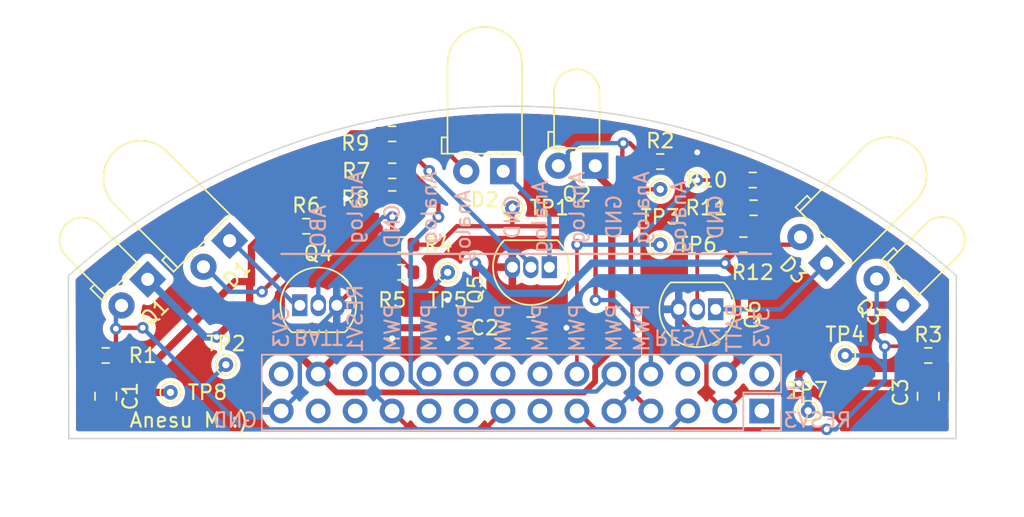
<source format=kicad_pcb>
(kicad_pcb (version 20211014) (generator pcbnew)
  (layers (0 "F.Cu" signal) (31 "B.Cu" signal) (34 "B.Paste" user) (35 "F.Paste" user) (36 "B.SilkS" user "B.Silkscreen") (37 "F.SilkS" user "F.Silkscreen") (38 "B.Mask" user) (39 "F.Mask" user) (44 "Edge.Cuts" user))
  (net 0 "")
  (net 1 "Net-(D1-Pad1)")
  (net 2 "Net-(D1-Pad2)")
  (net 3 "Net-(D2-Pad2)")
  (net 4 "Net-(D3-Pad2)")
  (net 5 "/RESV3")
  (net 6 "GND")
  (net 7 "/RESV2")
  (net 8 "/PA6")
  (net 9 "/PE12")
  (net 10 "/PE11")
  (net 11 "/PA7")
  (net 12 "/PE10")
  (net 13 "/PC4")
  (net 14 "/PE9")
  (net 15 "/PE8")
  (net 16 "/PC5")
  (net 17 "/RESV1")
  (net 18 "/AB0")
  (net 19 "Net-(Q4-Pad2)")
  (net 20 "Net-(D2-Pad1)")
  (net 21 "Net-(Q5-Pad2)")
  (net 22 "Net-(D3-Pad1)")
  (net 23 "Net-(Q6-Pad2)")
  (net 24 "BATT")
  (net 26 "PA3")
  (net 27 "PA4")
  (net 28 "PE15")
  (net 29 "PE14")
  (net 30 "PA5")
  (net 31 "PE13")
  (footprint "Resistor_SMD:R_0603_1608Metric" (layer "F.Cu") (at 174.625 131.445)
    (fp_text reference "R3" (at 0 -1.43) (layer "F.SilkS"))
    (fp_text value "1.8k")
    (pad "1" smd roundrect (at -0.825 0) (size 0.8 0.95) (layers "F.Cu" "F.Paste" "F.Mask") (net 30 "PA5"))
    (pad "2" smd roundrect (at 0.825 0) (size 0.8 0.95) (layers "F.Cu" "F.Paste" "F.Mask") (net 6 "GND"))
  )
  (footprint "LED_THT:LED_D5.0mm_Horizontal_O1.27mm_Z15.0mm" (layer "F.Cu") (at 145.42 118.775 180)
    (fp_text reference "D2" (at 1.27 -1.96) (layer "F.SilkS"))
    (fp_text value "TSAL6200")
    (pad "1" thru_hole rect (at 0 0 180) (size 1.8 1.8) (drill 0.9) (layers *.Cu *.Mask) (net 20 "Net-(D2-Pad1)"))
    (pad "2" thru_hole circle (at 2.54 0 180) (size 1.8 1.8) (drill 0.9) (layers *.Cu *.Mask) (net 3 "Net-(D2-Pad2)"))
  )
  (footprint "Resistor_SMD:R_0603_1608Metric" (layer "F.Cu") (at 137.795 118.745 180)
    (fp_text reference "R7" (at 2.4765 0 180) (layer "F.SilkS"))
    (fp_text value "100")
    (pad "1" smd roundrect (at -0.825 0 180) (size 0.8 0.95) (layers "F.Cu" "F.Paste" "F.Mask") (net 29 "PE14"))
    (pad "2" smd roundrect (at 0.825 0 180) (size 0.8 0.95) (layers "F.Cu" "F.Paste" "F.Mask") (net 21 "Net-(Q5-Pad2)"))
  )
  (footprint "Package_TO_SOT_THT:TO-92_Inline" (layer "F.Cu") (at 131.445 127.995)
    (fp_text reference "Q4" (at 1.27 -3.56) (layer "F.SilkS"))
    (fp_text value "BS170")
    (pad "1" thru_hole rect (at 0 0) (size 1.05 1.5) (drill 0.75) (layers *.Cu *.Mask) (net 1 "Net-(D1-Pad1)"))
    (pad "2" thru_hole oval (at 1.27 0) (size 1.05 1.5) (drill 0.75) (layers *.Cu *.Mask) (net 19 "Net-(Q4-Pad2)"))
    (pad "3" thru_hole oval (at 2.54 0) (size 1.05 1.5) (drill 0.75) (layers *.Cu *.Mask) (net 6 "GND"))
  )
  (footprint "Resistor_SMD:R_0603_1608Metric" (layer "F.Cu") (at 156.21 118.11)
    (fp_text reference "R2" (at 0 -1.43) (layer "F.SilkS"))
    (fp_text value "1.8k")
    (pad "1" smd roundrect (at -0.825 0) (size 0.8 0.95) (layers "F.Cu" "F.Paste" "F.Mask") (net 27 "PA4"))
    (pad "2" smd roundrect (at 0.825 0) (size 0.8 0.95) (layers "F.Cu" "F.Paste" "F.Mask") (net 6 "GND"))
  )
  (footprint "Capacitor_SMD:C_0805_2012Metric" (layer "F.Cu") (at 147.32 129.54)
    (fp_text reference "C2" (at -3.175 0) (layer "F.SilkS"))
    (fp_text value "4.7u")
    (pad "1" smd roundrect (at -0.95 0) (size 1 1.45) (layers "F.Cu" "F.Paste" "F.Mask") (net 24 "BATT"))
    (pad "2" smd roundrect (at 0.95 0) (size 1 1.45) (layers "F.Cu" "F.Paste" "F.Mask") (net 6 "GND"))
  )
  (footprint "Resistor_SMD:R_0603_1608Metric" (layer "F.Cu") (at 138.43 125.73)
    (fp_text reference "R5" (at -0.635 1.905) (layer "F.SilkS"))
    (fp_text value "47k")
    (pad "1" smd roundrect (at -0.825 0) (size 0.8 0.95) (layers "F.Cu" "F.Paste" "F.Mask") (net 6 "GND"))
    (pad "2" smd roundrect (at 0.825 0) (size 0.8 0.95) (layers "F.Cu" "F.Paste" "F.Mask") (net 19 "Net-(Q4-Pad2)"))
  )
  (footprint "Resistor_SMD:R_0603_1608Metric" (layer "F.Cu") (at 118.11 131.445 180)
    (fp_text reference "R1" (at -2.54 0 180) (layer "F.SilkS"))
    (fp_text value "1.8k")
    (pad "1" smd roundrect (at -0.825 0 180) (size 0.8 0.95) (layers "F.Cu" "F.Paste" "F.Mask") (net 26 "PA3"))
    (pad "2" smd roundrect (at 0.825 0 180) (size 0.8 0.95) (layers "F.Cu" "F.Paste" "F.Mask") (net 6 "GND"))
  )
  (footprint "Package_TO_SOT_THT:TO-92_Inline" (layer "F.Cu") (at 160.02 128.27 180)
    (fp_text reference "Q6" (at -2.54 -0.36 90) (layer "F.SilkS"))
    (fp_text value "BS170")
    (pad "1" thru_hole rect (at 0 0 180) (size 1.05 1.5) (drill 0.75) (layers *.Cu *.Mask) (net 22 "Net-(D3-Pad1)"))
    (pad "2" thru_hole oval (at 1.27 0 180) (size 1.05 1.5) (drill 0.75) (layers *.Cu *.Mask) (net 23 "Net-(Q6-Pad2)"))
    (pad "3" thru_hole oval (at 2.54 0 180) (size 1.05 1.5) (drill 0.75) (layers *.Cu *.Mask) (net 6 "GND"))
  )
  (footprint "TestPoint:TestPoint_THTPad_D1.0mm_Drill0.5mm" (layer "F.Cu") (at 126.365 132.08)
    (fp_text reference "TP2" (at 0 -1.448) (layer "F.SilkS"))
    (fp_text value "Analog8")
    (pad "1" thru_hole circle (at 0 0) (size 1 1) (drill 0.5) (layers *.Cu *.Mask) (net 26 "PA3"))
  )
  (footprint "LED_THT:LED_D3.0mm_Horizontal_O1.27mm_Z10.0mm" (layer "F.Cu") (at 172.876307 127.97646 135)
    (fp_text reference "Q3" (at 1.27 -1.96 135) (layer "F.SilkS"))
    (fp_text value "SFH 309 FA")
    (pad "1" thru_hole rect (at 0 0 135) (size 1.8 1.8) (drill 0.9) (layers *.Cu *.Mask) (net 24 "BATT"))
    (pad "2" thru_hole circle (at 2.54 0 135) (size 1.8 1.8) (drill 0.9) (layers *.Cu *.Mask) (net 30 "PA5"))
  )
  (footprint "Capacitor_SMD:C_0805_2012Metric" (layer "F.Cu") (at 118.11 134.25 -90)
    (fp_text reference "C1" (at 0 -1.68 -90) (layer "F.SilkS"))
    (fp_text value "4.7u")
    (pad "1" smd roundrect (at -0.95 0 270) (size 1 1.45) (layers "F.Cu" "F.Paste" "F.Mask") (net 24 "BATT"))
    (pad "2" smd roundrect (at 0.95 0 270) (size 1 1.45) (layers "F.Cu" "F.Paste" "F.Mask") (net 6 "GND"))
  )
  (footprint "TestPoint:TestPoint_THTPad_D1.0mm_Drill0.5mm" (layer "F.Cu") (at 122.555 133.985)
    (fp_text reference "TP8" (at 2.54 0 180) (layer "F.SilkS"))
    (fp_text value "BATT")
    (pad "1" thru_hole circle (at 0 0) (size 1 1) (drill 0.5) (layers *.Cu *.Mask) (net 24 "BATT"))
  )
  (footprint "Resistor_SMD:R_0603_1608Metric" (layer "F.Cu") (at 138.43 123.825 180)
    (fp_text reference "R4" (at -2.54 0 180) (layer "F.SilkS"))
    (fp_text value "100")
    (pad "1" smd roundrect (at -0.825 0 180) (size 0.8 0.95) (layers "F.Cu" "F.Paste" "F.Mask") (net 28 "PE15"))
    (pad "2" smd roundrect (at 0.825 0 180) (size 0.8 0.95) (layers "F.Cu" "F.Paste" "F.Mask") (net 19 "Net-(Q4-Pad2)"))
  )
  (footprint "Resistor_SMD:R_0603_1608Metric" (layer "F.Cu") (at 161.925 123.825)
    (fp_text reference "R12" (at 0.635 1.905) (layer "F.SilkS"))
    (fp_text value "22")
    (pad "1" smd roundrect (at -0.825 0) (size 0.8 0.95) (layers "F.Cu" "F.Paste" "F.Mask") (net 24 "BATT"))
    (pad "2" smd roundrect (at 0.825 0) (size 0.8 0.95) (layers "F.Cu" "F.Paste" "F.Mask") (net 4 "Net-(D3-Pad2)"))
  )
  (footprint "LED_THT:LED_D5.0mm_Horizontal_O1.27mm_Z15.0mm" (layer "F.Cu") (at 167.64 125.095 135)
    (fp_text reference "D3" (at 1.27 -1.96 135) (layer "F.SilkS"))
    (fp_text value "TSAL6200")
    (pad "1" thru_hole rect (at 0 0 135) (size 1.8 1.8) (drill 0.9) (layers *.Cu *.Mask) (net 22 "Net-(D3-Pad1)"))
    (pad "2" thru_hole circle (at 2.54 0 135) (size 1.8 1.8) (drill 0.9) (layers *.Cu *.Mask) (net 4 "Net-(D3-Pad2)"))
  )
  (footprint "Package_TO_SOT_THT:TO-92_Inline" (layer "F.Cu") (at 148.59 125.37 180)
    (fp_text reference "Q5" (at 5.08 -1.545 90) (layer "F.SilkS"))
    (fp_text value "BS170")
    (pad "1" thru_hole rect (at 0 0 180) (size 1.05 1.5) (drill 0.75) (layers *.Cu *.Mask) (net 20 "Net-(D2-Pad1)"))
    (pad "2" thru_hole oval (at 1.27 0 180) (size 1.05 1.5) (drill 0.75) (layers *.Cu *.Mask) (net 21 "Net-(Q5-Pad2)"))
    (pad "3" thru_hole oval (at 2.54 0 180) (size 1.05 1.5) (drill 0.75) (layers *.Cu *.Mask) (net 6 "GND"))
  )
  (footprint "TestPoint:TestPoint_THTPad_D1.0mm_Drill0.5mm" (layer "F.Cu") (at 156.21 120.015)
    (fp_text reference "TP3" (at 0 1.905 180) (layer "F.SilkS"))
    (fp_text value "Analog9")
    (pad "1" thru_hole circle (at 0 0) (size 1 1) (drill 0.5) (layers *.Cu *.Mask) (net 27 "PA4"))
  )
  (footprint "TestPoint:TestPoint_THTPad_D1.0mm_Drill0.5mm" (layer "F.Cu") (at 156.21 123.825)
    (fp_text reference "TP6" (at 2.54 0) (layer "F.SilkS"))
    (fp_text value "PWM3")
    (pad "1" thru_hole circle (at 0 0) (size 1 1) (drill 0.5) (layers *.Cu *.Mask) (net 31 "PE13"))
  )
  (footprint "Resistor_SMD:R_0603_1608Metric" (layer "F.Cu") (at 137.795 120.65)
    (fp_text reference "R8" (at -2.54 0) (layer "F.SilkS"))
    (fp_text value "47k")
    (pad "1" smd roundrect (at -0.825 0) (size 0.8 0.95) (layers "F.Cu" "F.Paste" "F.Mask") (net 6 "GND"))
    (pad "2" smd roundrect (at 0.825 0) (size 0.8 0.95) (layers "F.Cu" "F.Paste" "F.Mask") (net 21 "Net-(Q5-Pad2)"))
  )
  (footprint "Resistor_SMD:R_0603_1608Metric" (layer "F.Cu") (at 131.89 122.555)
    (fp_text reference "R6" (at 0 -1.43) (layer "F.SilkS"))
    (fp_text value "22")
    (pad "1" smd roundrect (at -0.825 0) (size 0.8 0.95) (layers "F.Cu" "F.Paste" "F.Mask") (net 24 "BATT"))
    (pad "2" smd roundrect (at 0.825 0) (size 0.8 0.95) (layers "F.Cu" "F.Paste" "F.Mask") (net 2 "Net-(D1-Pad2)"))
  )
  (footprint "TestPoint:TestPoint_THTPad_D1.0mm_Drill0.5mm" (layer "F.Cu") (at 141.605 125.73)
    (fp_text reference "TP5" (at 0 1.905) (layer "F.SilkS"))
    (fp_text value "PWM2")
    (pad "1" thru_hole circle (at 0 0) (size 1 1) (drill 0.5) (layers *.Cu *.Mask) (net 29 "PE14"))
  )
  (footprint "TestPoint:TestPoint_THTPad_D1.0mm_Drill0.5mm" (layer "F.Cu") (at 168.91 131.445)
    (fp_text reference "TP4" (at 0 -1.448) (layer "F.SilkS"))
    (fp_text value "Analog10")
    (pad "1" thru_hole circle (at 0 0) (size 1 1) (drill 0.5) (layers *.Cu *.Mask) (net 30 "PA5"))
  )
  (footprint "LED_THT:LED_D3.0mm_Horizontal_O1.27mm_Z10.0mm" (layer "F.Cu") (at 151.745 118.395 180)
    (fp_text reference "Q2" (at 1.27 -1.96) (layer "F.SilkS"))
    (fp_text value "SFH 309 FA")
    (pad "1" thru_hole rect (at 0 0 180) (size 1.8 1.8) (drill 0.9) (layers *.Cu *.Mask) (net 24 "BATT"))
    (pad "2" thru_hole circle (at 2.54 0 180) (size 1.8 1.8) (drill 0.9) (layers *.Cu *.Mask) (net 27 "PA4"))
  )
  (footprint "Resistor_SMD:R_0603_1608Metric" (layer "F.Cu") (at 162.56 119.38)
    (fp_text reference "R10" (at -3.175 0) (layer "F.SilkS"))
    (fp_text value "100")
    (pad "1" smd roundrect (at -0.825 0) (size 0.8 0.95) (layers "F.Cu" "F.Paste" "F.Mask") (net 31 "PE13"))
    (pad "2" smd roundrect (at 0.825 0) (size 0.8 0.95) (layers "F.Cu" "F.Paste" "F.Mask") (net 23 "Net-(Q6-Pad2)"))
  )
  (footprint "LED_THT:LED_D3.0mm_Horizontal_O1.27mm_Z10.0mm" (layer "F.Cu") (at 120.99146 126.208693 -135)
    (fp_text reference "Q1" (at 1.27 -1.96 45) (layer "F.SilkS"))
    (fp_text value "SFH 309 FA")
    (pad "1" thru_hole rect (at 0 0 225) (size 1.8 1.8) (drill 0.9) (layers *.Cu *.Mask) (net 24 "BATT"))
    (pad "2" thru_hole circle (at 2.54 0 225) (size 1.8 1.8) (drill 0.9) (layers *.Cu *.Mask) (net 26 "PA3"))
  )
  (footprint "TestPoint:TestPoint_THTPad_D1.0mm_Drill0.5mm" (layer "F.Cu") (at 166.37 135.255)
    (fp_text reference "TP7" (at 0 -1.448) (layer "F.SilkS"))
    (fp_text value "BATT")
    (pad "1" thru_hole circle (at 0 0) (size 1 1) (drill 0.5) (layers *.Cu *.Mask) (net 24 "BATT"))
  )
  (footprint "Resistor_SMD:R_0603_1608Metric" (layer "F.Cu") (at 162.6235 121.285)
    (fp_text reference "R11" (at -3.2385 0) (layer "F.SilkS"))
    (fp_text value "47k")
    (pad "1" smd roundrect (at -0.825 0) (size 0.8 0.95) (layers "F.Cu" "F.Paste" "F.Mask") (net 6 "GND"))
    (pad "2" smd roundrect (at 0.825 0) (size 0.8 0.95) (layers "F.Cu" "F.Paste" "F.Mask") (net 23 "Net-(Q6-Pad2)"))
  )
  (footprint "Resistor_SMD:R_0603_1608Metric" (layer "F.Cu") (at 137.795 116.205)
    (fp_text reference "R9" (at -2.54 0.635) (layer "F.SilkS"))
    (fp_text value "22")
    (pad "1" smd roundrect (at -0.825 0) (size 0.8 0.95) (layers "F.Cu" "F.Paste" "F.Mask") (net 24 "BATT"))
    (pad "2" smd roundrect (at 0.825 0) (size 0.8 0.95) (layers "F.Cu" "F.Paste" "F.Mask") (net 3 "Net-(D2-Pad2)"))
  )
  (footprint "TestPoint:TestPoint_THTPad_D1.0mm_Drill0.5mm" (layer "F.Cu") (at 146.05 121.285)
    (fp_text reference "TP1" (at 2.54 0) (layer "F.SilkS"))
    (fp_text value "PWM1")
    (pad "1" thru_hole circle (at 0 0) (size 1 1) (drill 0.5) (layers *.Cu *.Mask) (net 28 "PE15"))
  )
  (footprint "LED_THT:LED_D5.0mm_Horizontal_O1.27mm_Z15.0mm" (layer "F.Cu") (at 126.620864 123.547742 -135)
    (fp_text reference "D1" (at 1.27 -1.96 45) (layer "F.SilkS"))
    (fp_text value "TSAL6200")
    (pad "1" thru_hole rect (at 0 0 225) (size 1.8 1.8) (drill 0.9) (layers *.Cu *.Mask) (net 1 "Net-(D1-Pad1)"))
    (pad "2" thru_hole circle (at 2.54 0 225) (size 1.8 1.8) (drill 0.9) (layers *.Cu *.Mask) (net 2 "Net-(D1-Pad2)"))
  )
  (footprint "Capacitor_SMD:C_0805_2012Metric" (layer "F.Cu") (at 174.625 134.25 -90)
    (fp_text reference "C3" (at -0.261252 1.905 -90) (layer "F.SilkS"))
    (fp_text value "4.7u")
    (pad "1" smd roundrect (at -0.95 0 270) (size 1 1.45) (layers "F.Cu" "F.Paste" "F.Mask") (net 24 "BATT"))
    (pad "2" smd roundrect (at 0.95 0 270) (size 1 1.45) (layers "F.Cu" "F.Paste" "F.Mask") (net 6 "GND"))
  )
  (footprint "Connector_PinHeader_2.54mm:PinHeader_2x14_P2.54mm_Vertical" (layer "B.Cu") (at 163.185 135.26 90)
    (fp_text reference "J1" (at 1.27 2.33 90) (layer "B.SilkS") (effects (justify mirror)))
    (fp_text value "Conn_02x14_Odd_Even")
    (pad "1" thru_hole rect (at 0 0 90) (size 1.7 1.7) (drill 1) (layers *.Cu *.Mask) (net 5 "/RESV3"))
    (pad "2" thru_hole oval (at 2.54 0 90) (size 1.7 1.7) (drill 1) (layers *.Cu *.Mask))
    (pad "3" thru_hole oval (at 0 -2.54 90) (size 1.7 1.7) (drill 1) (layers *.Cu *.Mask) (net 6 "GND"))
    (pad "4" thru_hole oval (at 2.54 -2.54 90) (size 1.7 1.7) (drill 1) (layers *.Cu *.Mask) (net 24 "BATT"))
    (pad "5" thru_hole oval (at 0 -5.08 90) (size 1.7 1.7) (drill 1) (layers *.Cu *.Mask) (net 26 "PA3"))
    (pad "6" thru_hole oval (at 2.54 -5.08 90) (size 1.7 1.7) (drill 1) (layers *.Cu *.Mask) (net 7 "/RESV2"))
    (pad "7" thru_hole oval (at 0 -7.62 90) (size 1.7 1.7) (drill 1) (layers *.Cu *.Mask) (net 27 "PA4"))
    (pad "8" thru_hole oval (at 2.54 -7.62 90) (size 1.7 1.7) (drill 1) (layers *.Cu *.Mask) (net 28 "PE15"))
    (pad "9" thru_hole oval (at 0 -10.16 90) (size 1.7 1.7) (drill 1) (layers *.Cu *.Mask) (net 6 "GND"))
    (pad "10" thru_hole oval (at 2.54 -10.16 90) (size 1.7 1.7) (drill 1) (layers *.Cu *.Mask) (net 29 "PE14"))
    (pad "11" thru_hole oval (at 0 -12.7 90) (size 1.7 1.7) (drill 1) (layers *.Cu *.Mask) (net 30 "PA5"))
    (pad "12" thru_hole oval (at 2.54 -12.7 90) (size 1.7 1.7) (drill 1) (layers *.Cu *.Mask) (net 31 "PE13"))
    (pad "13" thru_hole oval (at 0 -15.24 90) (size 1.7 1.7) (drill 1) (layers *.Cu *.Mask) (net 8 "/PA6"))
    (pad "14" thru_hole oval (at 2.54 -15.24 90) (size 1.7 1.7) (drill 1) (layers *.Cu *.Mask) (net 9 "/PE12"))
    (pad "15" thru_hole oval (at 0 -17.78 90) (size 1.7 1.7) (drill 1) (layers *.Cu *.Mask) (net 6 "GND"))
    (pad "16" thru_hole oval (at 2.54 -17.78 90) (size 1.7 1.7) (drill 1) (layers *.Cu *.Mask) (net 10 "/PE11"))
    (pad "17" thru_hole oval (at 0 -20.32 90) (size 1.7 1.7) (drill 1) (layers *.Cu *.Mask) (net 11 "/PA7"))
    (pad "18" thru_hole oval (at 2.54 -20.32 90) (size 1.7 1.7) (drill 1) (layers *.Cu *.Mask) (net 12 "/PE10"))
    (pad "19" thru_hole oval (at 0 -22.86 90) (size 1.7 1.7) (drill 1) (layers *.Cu *.Mask) (net 13 "/PC4"))
    (pad "20" thru_hole oval (at 2.54 -22.86 90) (size 1.7 1.7) (drill 1) (layers *.Cu *.Mask) (net 14 "/PE9"))
    (pad "21" thru_hole oval (at 0 -25.4 90) (size 1.7 1.7) (drill 1) (layers *.Cu *.Mask) (net 6 "GND"))
    (pad "22" thru_hole oval (at 2.54 -25.4 90) (size 1.7 1.7) (drill 1) (layers *.Cu *.Mask) (net 15 "/PE8"))
    (pad "23" thru_hole oval (at 0 -27.94 90) (size 1.7 1.7) (drill 1) (layers *.Cu *.Mask) (net 16 "/PC5"))
    (pad "24" thru_hole oval (at 2.54 -27.94 90) (size 1.7 1.7) (drill 1) (layers *.Cu *.Mask) (net 17 "/RESV1"))
    (pad "25" thru_hole oval (at 0 -30.48 90) (size 1.7 1.7) (drill 1) (layers *.Cu *.Mask) (net 18 "/AB0"))
    (pad "26" thru_hole oval (at 2.54 -30.48 90) (size 1.7 1.7) (drill 1) (layers *.Cu *.Mask) (net 24 "BATT"))
    (pad "27" thru_hole oval (at 0 -33.02 90) (size 1.7 1.7) (drill 1) (layers *.Cu *.Mask) (net 6 "GND"))
    (pad "28" thru_hole oval (at 2.54 -33.02 90) (size 1.7 1.7) (drill 1) (layers *.Cu *.Mask))
  )
  (gr_line (start 130.175 124.46) (end 163.83 124.46) (layer "B.SilkS") (width 0.15))
  (gr_arc (start 146.05 114.3) (mid 162.380575 117.316011) (end 176.556593 125.966128) (layer "Edge.Cuts") (width 0.1))
  (gr_line (start 115.57 137.16) (end 176.53 137.16) (layer "Edge.Cuts") (width 0.1))
  (gr_arc (start 115.543401 125.966128) (mid 129.719419 117.316011) (end 146.049994 114.3) (layer "Edge.Cuts") (width 0.1))
  (gr_line (start 115.543401 125.966128) (end 115.57 137.16) (layer "Edge.Cuts") (width 0.1))
  (gr_line (start 176.53 137.16) (end 176.556593 125.966128) (layer "Edge.Cuts") (width 0.1))
  (gr_text "PWM\n" (at 142.875 129.54 90) (layer "B.SilkS") (effects (font (size 1 1)) (justify mirror)))
  (gr_text "BATT" (at 132.715 130.175 180) (layer "B.SilkS") (effects (font (size 1 1)) (justify mirror)))
  (gr_text "PWM\n" (at 154.94 129.54 90) (layer "B.SilkS") (effects (font (size 1 1)) (justify mirror)))
  (gr_text "Analog" (at 142.665011 122.555 90) (layer "B.SilkS") (effects (font (size 1 1)) (justify mirror)))
  (gr_text "Analog" (at 147.955 121.92 90) (layer "B.SilkS") (effects (font (size 1 1)) (justify mirror)))
  (gr_text "RESV3" (at 167.005 135.89) (layer "B.SilkS") (effects (font (size 1 1)) (justify mirror)))
  (gr_text "PWM\n" (at 145.415 129.54 90) (layer "B.SilkS") (effects (font (size 1 1)) (justify mirror)))
  (gr_text "PWM\n" (at 137.795 129.54 90) (layer "B.SilkS") (effects (font (size 1 1)) (justify mirror)))
  (gr_text "Analog" (at 135.255 121.285 90) (layer "B.SilkS") (effects (font (size 1 1)) (justify mirror)))
  (gr_text "PWM\n" (at 140.335 129.54 90) (layer "B.SilkS") (effects (font (size 1 1)) (justify mirror)))
  (gr_text "RESV2" (at 158.115 130.175 180) (layer "B.SilkS") (effects (font (size 1 1)) (justify mirror)))
  (gr_text "PWM\n" (at 147.955 129.54 90) (layer "B.SilkS") (effects (font (size 1 1)) (justify mirror)))
  (gr_text "GND" (at 137.795 122.555 90) (layer "B.SilkS") (effects (font (size 1 1)) (justify mirror)))
  (gr_text "Analog" (at 140.335 121.285 90) (layer "B.SilkS") (effects (font (size 1 1)) (justify mirror)))
  (gr_text "Analog" (at 150.495 121.285 90) (layer "B.SilkS") (effects (font (size 1 1)) (justify mirror)))
  (gr_text "3V3" (at 130.175 129.54 90) (layer "B.SilkS") (effects (font (size 1 1)) (justify mirror)))
  (gr_text "3V3" (at 163.195 129.54 90) (layer "B.SilkS") (effects (font (size 1 1)) (justify mirror)))
  (gr_text "PWM\n" (at 153.035 129.54 90) (layer "B.SilkS") (effects (font (size 1 1)) (justify mirror)))
  (gr_text "GND" (at 127 135.89) (layer "B.SilkS") (effects (font (size 1 1)) (justify mirror)))
  (gr_text "Analog" (at 154.94 121.285 90) (layer "B.SilkS") (effects (font (size 1 1)) (justify mirror)))
  (gr_text "GND" (at 146.05 121.92 90) (layer "B.SilkS") (effects (font (size 1 1)) (justify mirror)))
  (gr_text "GND" (at 153.035 121.92 90) (layer "B.SilkS") (effects (font (size 1 1)) (justify mirror)))
  (gr_text "GND" (at 160.02 121.92 90) (layer "B.SilkS") (effects (font (size 1 1)) (justify mirror)))
  (gr_text "PWM\n" (at 150.495 129.54 90) (layer "B.SilkS") (effects (font (size 1 1)) (justify mirror)))
  (gr_text "Analog" (at 157.48 121.92 90) (layer "B.SilkS") (effects (font (size 1 1)) (justify mirror)))
  (gr_text "BATT" (at 161.29 129.54 90) (layer "B.SilkS") (effects (font (size 1 1)) (justify mirror)))
  (gr_text "ABO" (at 132.715 122.555 90) (layer "B.SilkS") (effects (font (size 1 1)) (justify mirror)))
  (gr_text "RESV1" (at 135.255 128.905 90) (layer "B.SilkS") (effects (font (size 1 1)) (justify mirror)))
  (gr_text "Anesu M :)" (at 123.825 135.89) (layer "F.SilkS") (effects (font (size 1 1))))
  (segment (start 131.17 127.995) (end 126.365 123.19) (width 0.3) (layer "B.Cu") (net 1))
  (segment (start 131.445 127.995) (end 131.17 127.995) (width 0.3) (layer "B.Cu") (net 1))
  (segment (start 130.2385 125.6665) (end 130.2385 125.0315) (width 0.3) (layer "F.Cu") (net 2))
  (segment (start 128.843481 127.061519) (end 130.2385 125.6665) (width 0.3) (layer "F.Cu") (net 2))
  (segment (start 130.2385 125.0315) (end 132.715 122.555) (width 0.3) (layer "F.Cu") (net 2))
  (via (at 128.843481 127.061519) (size 0.8) (drill 0.4) (layers "F.Cu" "B.Cu") (net 2))
  (segment (start 128.843481 127.061519) (end 126.644417 127.061519) (width 0.3) (layer "B.Cu") (net 2))
  (segment (start 126.644417 127.061519) (end 124.568949 124.986051) (width 0.3) (layer "B.Cu") (net 2))
  (segment (start 140.31 116.205) (end 142.88 118.775) (width 0.3) (layer "F.Cu") (net 3))
  (segment (start 138.4935 116.205) (end 140.31 116.205) (width 0.3) (layer "F.Cu") (net 3))
  (segment (start 165.317898 123.825) (end 165.843949 123.298949) (width 0.3) (layer "F.Cu") (net 4))
  (segment (start 162.75 123.825) (end 165.317898 123.825) (width 0.3) (layer "F.Cu") (net 4))
  (segment (start 157.48 118.555) (end 157.035 118.11) (width 0.3) (layer "F.Cu") (net 6))
  (segment (start 137.795 130.2645) (end 141.605 130.2645) (width 0.3) (layer "F.Cu") (net 6))
  (segment (start 116.84 133.88) (end 118.11 135.15) (width 0.3) (layer "F.Cu") (net 6))
  (segment (start 157.48 128.27) (end 157.48 121.285) (width 0.3) (layer "F.Cu") (net 6))
  (segment (start 157.48 121.285) (end 157.48 118.555) (width 0.3) (layer "F.Cu") (net 6))
  (segment (start 161.819511 134.085489) (end 160.645 135.26) (width 0.3) (layer "F.Cu") (net 6))
  (segment (start 157.48 128.82) (end 159.385 130.725) (width 0.3) (layer "F.Cu") (net 6))
  (segment (start 144.14 136.525) (end 139.05 136.525) (width 0.3) (layer "F.Cu") (net 6))
  (segment (start 148.22 129.54) (end 146.05 127.37) (width 0.3) (layer "F.Cu") (net 6))
  (segment (start 159.385 130.725) (end 159.385 134) (width 0.3) (layer "F.Cu") (net 6))
  (segment (start 157.48 128.27) (end 157.48 128.82) (width 0.3) (layer "F.Cu") (net 6))
  (segment (start 139.05 136.525) (end 137.785 135.26) (width 0.3) (layer "F.Cu") (net 6))
  (segment (start 166.045459 134.099511) (end 165.424541 134.099511) (width 0.3) (layer "F.Cu") (net 6))
  (segment (start 175.895 132.0165) (end 175.895 133.88) (width 0.3) (layer "F.Cu") (net 6))
  (segment (start 116.84 132.0165) (end 116.84 133.88) (width 0.3) (layer "F.Cu") (net 6))
  (segment (start 130.055 135.15) (end 130.165 135.26) (width 0.3) (layer "F.Cu") (net 6))
  (segment (start 118.11 135.15) (end 130.055 135.15) (width 0.3) (layer "F.Cu") (net 6))
  (segment (start 141.605 130.81) (end 147.955 130.81) (width 0.3) (layer "F.Cu") (net 6))
  (segment (start 145.405 135.26) (end 144.14 136.525) (width 0.3) (layer "F.Cu") (net 6))
  (segment (start 159.385 134) (end 160.645 135.26) (width 0.3) (layer "F.Cu") (net 6))
  (segment (start 161.819511 133.985) (end 161.819511 134.085489) (width 0.3) (layer "F.Cu") (net 6))
  (segment (start 148.22 129.54) (end 149.7605 129.54) (width 0.3) (layer "F.Cu") (net 6))
  (segment (start 175.3235 131.445) (end 175.895 132.0165) (width 0.3) (layer "F.Cu") (net 6))
  (segment (start 161.8615 121.285) (end 157.48 121.285) (width 0.3) (layer "F.Cu") (net 6))
  (segment (start 141.245 127.995) (end 141.605 127.635) (width 0.3) (layer "F.Cu") (net 6))
  (segment (start 117.4115 131.445) (end 116.84 132.0165) (width 0.3) (layer "F.Cu") (net 6))
  (segment (start 136.07 125.91) (end 137.425 125.91) (width 0.3) (layer "F.Cu") (net 6))
  (segment (start 147.955 130.81) (end 148.22 129.54) (width 0.3) (layer "F.Cu") (net 6))
  (segment (start 136.07 125.91) (end 136.07 121.55) (width 0.3) (layer "F.Cu") (net 6))
  (segment (start 174.625 135.049511) (end 173.560489 133.985) (width 0.3) (layer "F.Cu") (net 6))
  (segment (start 141.605 130.2645) (end 141.605 130.81) (width 0.3) (layer "F.Cu") (net 6))
  (segment (start 173.560489 133.985) (end 166.15997 133.985) (width 0.3) (layer "F.Cu") (net 6))
  (segment (start 136.07 121.55) (end 136.97 120.65) (width 0.3) (layer "F.Cu") (net 6))
  (segment (start 165.31003 133.985) (end 161.819511 133.985) (width 0.3) (layer "F.Cu") (net 6))
  (segment (start 166.15997 133.985) (end 166.045459 134.099511) (width 0.3) (layer "F.Cu") (net 6))
  (segment (start 165.424541 134.099511) (end 165.31003 133.985) (width 0.3) (layer "F.Cu") (net 6))
  (segment (start 175.895 133.88) (end 174.625 135.15) (width 0.3) (layer "F.Cu") (net 6))
  (segment (start 146.05 127.37) (end 146.05 126.09) (width 0.3) (layer "F.Cu") (net 6))
  (segment (start 136.07 125.91) (end 133.985 127.995) (width 0.3) (layer "F.Cu") (net 6))
  (segment (start 174.625 135.2) (end 174.625 135.049511) (width 0.3) (layer "F.Cu") (net 6))
  (segment (start 133.985 127.995) (end 141.245 127.995) (width 0.3) (layer "F.Cu") (net 6))
  (segment (start 137.425 125.91) (end 137.605 125.73) (width 0.3) (layer "F.Cu") (net 6))
  (via (at 141.605 127.635) (size 0.8) (drill 0.4) (layers "F.Cu" "B.Cu") (net 6))
  (via (at 158.75 117.475) (size 0.8) (drill 0.4) (layers "F.Cu" "B.Cu") (net 6))
  (via (at 141.605 130.2645) (size 0.8) (drill 0.4) (layers "F.Cu" "B.Cu") (net 6))
  (via (at 137.795 130.2645) (size 0.8) (drill 0.4) (layers "F.Cu" "B.Cu") (net 6))
  (via (at 149.7605 129.54) (size 0.8) (drill 0.4) (layers "F.Cu" "B.Cu") (net 6))
  (via (at 134.62 120.65) (size 0.8) (drill 0.4) (layers "F.Cu" "B.Cu") (net 6))
  (segment (start 141.605 127.635) (end 141.605 130.2645) (width 0.3) (layer "B.Cu") (net 6))
  (segment (start 137.785 135.26) (end 136.525 134) (width 0.3) (layer "B.Cu") (net 6))
  (segment (start 154.305 133.98) (end 153.025 135.26) (width 0.3) (layer "B.Cu") (net 6))
  (segment (start 154.305 132.209495) (end 154.305 133.98) (width 0.3) (layer "B.Cu") (net 6))
  (segment (start 151.635505 129.54) (end 154.305 132.209495) (width 0.3) (layer "B.Cu") (net 6))
  (segment (start 131.445 130.76) (end 131.445 133.98) (width 0.3) (layer "B.Cu") (net 6))
  (segment (start 133.985 127.995) (end 133.985 128.22) (width 0.3) (layer "B.Cu") (net 6))
  (segment (start 131.445 133.98) (end 130.165 135.26) (width 0.3) (layer "B.Cu") (net 6))
  (segment (start 133.985 128.22) (end 131.445 130.76) (width 0.3) (layer "B.Cu") (net 6))
  (segment (start 136.525 134) (end 136.525 131.5345) (width 0.3) (layer "B.Cu") (net 6))
  (segment (start 136.525 131.5345) (end 137.795 130.2645) (width 0.3) (layer "B.Cu") (net 6))
  (segment (start 149.7605 129.54) (end 151.635505 129.54) (width 0.3) (layer "B.Cu") (net 6))
  (segment (start 137.605 124.08) (end 139.255 125.73) (width 0.3) (layer "F.Cu") (net 19))
  (segment (start 137.605 123.825) (end 137.605 124.08) (width 0.3) (layer "F.Cu") (net 19))
  (segment (start 137.795 123.635) (end 137.605 123.825) (width 0.3) (layer "F.Cu") (net 19))
  (segment (start 137.795 121.92) (end 137.795 123.635) (width 0.3) (layer "F.Cu") (net 19))
  (via (at 137.795 121.92) (size 0.8) (drill 0.4) (layers "F.Cu" "B.Cu") (net 19))
  (segment (start 132.715 126.365) (end 132.715 127.995) (width 0.3) (layer "B.Cu") (net 19))
  (segment (start 137.16 121.92) (end 132.715 126.365) (width 0.3) (layer "B.Cu") (net 19))
  (segment (start 137.795 121.92) (end 137.16 121.92) (width 0.3) (layer "B.Cu") (net 19))
  (segment (start 148.59 125.37) (end 148.59 121.945) (width 0.3) (layer "B.Cu") (net 20))
  (segment (start 148.59 121.945) (end 146.055 119.41) (width 0.3) (layer "B.Cu") (net 20))
  (segment (start 146.055 119.41) (end 146.055 118.775) (width 0.3) (layer "B.Cu") (net 20))
  (segment (start 138.374011 117.340989) (end 136.97 118.745) (width 0.3) (layer "F.Cu") (net 21))
  (segment (start 138.62 120.395) (end 136.97 118.745) (width 0.3) (layer "F.Cu") (net 21))
  (segment (start 138.930989 117.340989) (end 138.374011 117.340989) (width 0.3) (layer "F.Cu") (net 21))
  (segment (start 138.62 120.65) (end 138.62 120.395) (width 0.3) (layer "F.Cu") (net 21))
  (segment (start 140.335 118.745) (end 138.930989 117.340989) (width 0.3) (layer "F.Cu") (net 21))
  (via (at 140.335 118.745) (size 0.8) (drill 0.4) (layers "F.Cu" "B.Cu") (net 21))
  (segment (start 140.335 118.745) (end 145.86048 124.27048) (width 0.3) (layer "B.Cu") (net 21))
  (segment (start 145.86048 124.27048) (end 146.412238 124.27048) (width 0.3) (layer "B.Cu") (net 21))
  (segment (start 147.32 125.178242) (end 147.32 125.37) (width 0.3) (layer "B.Cu") (net 21))
  (segment (start 146.412238 124.27048) (end 147.32 125.178242) (width 0.3) (layer "B.Cu") (net 21))
  (segment (start 164.465 128.27) (end 167.64 125.095) (width 0.3) (layer "B.Cu") (net 22))
  (segment (start 160.02 128.27) (end 164.465 128.27) (width 0.3) (layer "B.Cu") (net 22))
  (segment (start 158.75 124.46) (end 158.75 128.27) (width 0.25) (layer "F.Cu") (net 23))
  (segment (start 162.7465 122.555) (end 160.655 122.555) (width 0.25) (layer "F.Cu") (net 23))
  (segment (start 163.2585 119.38) (end 163.2585 121.2215) (width 0.25) (layer "F.Cu") (net 23))
  (segment (start 163.2585 121.2215) (end 163.322 121.285) (width 0.25) (layer "F.Cu") (net 23))
  (segment (start 160.655 122.555) (end 158.75 124.46) (width 0.25) (layer "F.Cu") (net 23))
  (segment (start 163.322 121.9795) (end 162.7465 122.555) (width 0.25) (layer "F.Cu") (net 23))
  (segment (start 163.322 121.285) (end 163.322 121.9795) (width 0.25) (layer "F.Cu") (net 23))
  (segment (start 129.54 122.555) (end 129.54 121.692396) (width 0.5) (layer "F.Cu") (net 24))
  (segment (start 135.027396 116.205) (end 137.0965 116.205) (width 0.5) (layer "F.Cu") (net 24))
  (segment (start 174.475 133.35) (end 174.625 133.35) (width 0.25) (layer "F.Cu") (net 24))
  (segment (start 152.775934 131.20199) (end 151.734511 132.243413) (width 0.4) (layer "F.Cu") (net 24))
  (segment (start 135.885 129.54) (end 132.705 132.72) (width 0.5) (layer "F.Cu") (net 24))
  (segment (start 165.735 130.175) (end 167.93354 127.97646) (width 0.5) (layer "F.Cu") (net 24))
  (segment (start 161.495 131.87) (end 161.495 125.935) (width 0.5) (layer "F.Cu") (net 24))
  (segment (start 152.882 120.015) (end 152.882 121.570789) (width 0.5) (layer "F.Cu") (net 24))
  (segment (start 151.734511 132.243413) (end 151.734511 133.237565) (width 0.4) (layer "F.Cu") (net 24))
  (segment (start 161.495 131.87) (end 160.645 132.72) (width 0.5) (layer "F.Cu") (net 24))
  (segment (start 165.735 130.175) (end 165.735 131.376391) (width 0.5) (layer "F.Cu") (net 24))
  (segment (start 165.735 133.2355) (end 165.735 132.715) (width 0.5) (layer "F.Cu") (net 24))
  (segment (start 163.19 130.175) (end 165.735 130.175) (width 0.5) (layer "F.Cu") (net 24))
  (segment (start 129.54 121.692396) (end 135.027396 116.205) (width 0.5) (layer "F.Cu") (net 24))
  (segment (start 141.128109 129.54) (end 138.271891 129.54) (width 0.5) (layer "F.Cu") (net 24))
  (segment (start 141.25312 129.414989) (end 141.128109 129.54) (width 0.5) (layer "F.Cu") (net 24))
  (segment (start 160.655 124.905) (end 161.1 124.46) (width 0.5) (layer "F.Cu") (net 24))
  (segment (start 138.14688 129.414989) (end 137.44312 129.414989) (width 0.5) (layer "F.Cu") (net 24))
  (segment (start 127.99397 128.00897) (end 132.705 132.72) (width 0.5) (layer "F.Cu") (net 24))
  (segment (start 127.96794 126.365) (end 128.11897 126.51603) (width 0.5) (layer "F.Cu") (net 24))
  (segment (start 122.555 133.985) (end 120.65 133.985) (width 0.5) (layer "F.Cu") (net 24))
  (segment (start 163.19 130.175) (end 161.495 131.87) (width 0.5) (layer "F.Cu") (net 24))
  (segment (start 167.708609 133.35) (end 174.475 133.35) (width 0.5) (layer "F.Cu") (net 24))
  (segment (start 128.11897 126.51603) (end 128.11897 123.97603) (width 0.5) (layer "F.Cu") (net 24))
  (segment (start 127 126.365) (end 127.96794 126.365) (width 0.5) (layer "F.Cu") (net 24))
  (segment (start 150.987076 133.985) (end 133.97 133.985) (width 0.4) (layer "F.Cu") (net 24))
  (segment (start 152.882 131.20199) (end 152.775934 131.20199) (width 0.4) (layer "F.Cu") (net 24))
  (segment (start 161.495 125.935) (end 160.655 125.095) (width 0.5) (layer "F.Cu") (net 24))
  (segment (start 118.11 133.35) (end 120.015 133.35) (width 0.5) (layer "F.Cu") (net 24))
  (segment (start 166.404305 132.045695) (end 167.708609 133.35) (width 0.5) (layer "F.Cu") (net 24))
  (segment (start 143.51 125.095) (end 143.51 129.54) (width 0.5) (layer "F.Cu") (net 24))
  (segment (start 161.1 124.46) (end 161.1 123.825) (width 0.5) (layer "F.Cu") (net 24))
  (segment (start 125.73 130.175) (end 127.89603 128.00897) (width 0.5) (layer "F.Cu") (net 24))
  (segment (start 127.99397 126.64103) (end 127.99397 128.00897) (width 0.5) (layer "F.Cu") (net 24))
  (segment (start 133.97 133.985) (end 132.705 132.72) (width 0.4) (layer "F.Cu") (net 24))
  (segment (start 151.734511 133.237565) (end 150.987076 133.985) (width 0.4) (layer "F.Cu") (net 24))
  (segment (start 160.655 125.095) (end 160.655 124.905) (width 0.25) (layer "F.Cu") (net 24))
  (segment (start 120.65 133.985) (end 120.015 133.35) (width 0.5) (layer "F.Cu") (net 24))
  (segment (start 151.745 118.395) (end 151.745 118.878) (width 0.5) (layer "F.Cu") (net 24))
  (segment (start 151.745 118.878) (end 152.882 120.015) (width 0.5) (layer "F.Cu") (net 24))
  (segment (start 141.95688 129.414989) (end 141.25312 129.414989) (width 0.5) (layer "F.Cu") (net 24))
  (segment (start 128.11897 123.97603) (end 129.54 122.555) (width 0.5) (layer "F.Cu") (net 24))
  (segment (start 138.271891 129.54) (end 138.14688 129.414989) (width 0.5) (layer "F.Cu") (net 24))
  (segment (start 137.318109 129.54) (end 135.885 129.54) (width 0.5) (layer "F.Cu") (net 24))
  (segment (start 165.735 132.715) (end 166.404305 132.045695) (width 0.5) (layer "F.Cu") (net 24))
  (segment (start 142.081891 129.54) (end 141.95688 129.414989) (width 0.5) (layer "F.Cu") (net 24))
  (segment (start 127.89603 128.00897) (end 127.99397 128.00897) (width 0.5) (layer "F.Cu") (net 24))
  (segment (start 137.44312 129.414989) (end 137.318109 129.54) (width 0.5) (layer "F.Cu") (net 24))
  (segment (start 131.065 122.555) (end 129.54 122.555) (width 0.5) (layer "F.Cu") (net 24))
  (segment (start 165.735 131.376391) (end 166.404305 132.045695) (width 0.5) (layer "F.Cu") (net 24))
  (segment (start 120.015 133.35) (end 127 126.365) (width 0.5) (layer "F.Cu") (net 24))
  (segment (start 128.11897 126.51603) (end 127.99397 126.64103) (width 0.5) (layer "F.Cu") (net 24))
  (segment (start 167.93354 127.97646) (end 172.876307 127.97646) (width 0.5) (layer "F.Cu") (net 24))
  (segment (start 146.42 129.54) (end 142.081891 129.54) (width 0.5) (layer "F.Cu") (net 24))
  (segment (start 152.882 121.570789) (end 152.882 131.20199) (width 0.5) (layer "F.Cu") (net 24))
  (via (at 160.655 125.095) (size 0.8) (drill 0.4) (layers "F.Cu" "B.Cu") (net 24))
  (via (at 125.73 130.175) (size 0.8) (drill 0.4) (layers "F.Cu" "B.Cu") (net 24))
  (via (at 143.51 125.095) (size 0.8) (drill 0.4) (layers "F.Cu" "B.Cu") (net 24))
  (via (at 165.735 133.35) (size 0.8) (drill 0.4) (layers "F.Cu" "B.Cu") (net 24))
  (segment (start 145.57952 127.16452) (end 143.51 125.095) (width 0.5) (layer "B.Cu") (net 24))
  (segment (start 166.37 135.255) (end 166.37 133.985) (width 0.5) (layer "B.Cu") (net 24))
  (segment (start 124.957767 130.175) (end 125.73 130.175) (width 0.5) (layer "B.Cu") (net 24))
  (segment (start 160.655 125.095) (end 154.94 125.095) (width 0.5) (layer "B.Cu") (net 24))
  (segment (start 120.99146 126.208693) (end 124.957767 130.175) (width 0.5) (layer "B.Cu") (net 24))
  (segment (start 149.439502 127.16452) (end 145.57952 127.16452) (width 0.5) (layer "B.Cu") (net 24))
  (segment (start 166.37 133.985) (end 165.735 133.35) (width 0.5) (layer "B.Cu") (net 24))
  (segment (start 154.94 125.095) (end 151.509022 125.095) (width 0.5) (layer "B.Cu") (net 24))
  (segment (start 151.509022 125.095) (end 149.439502 127.16452) (width 0.5) (layer "B.Cu") (net 24))
  (segment (start 120.65 129.54) (end 118.872 129.54) (width 0.3) (layer "F.Cu") (net 26))
  (segment (start 118.8085 131.445) (end 118.8085 129.6035) (width 0.3) (layer "F.Cu") (net 26))
  (segment (start 118.872 129.54) (end 118.8085 129.6035) (width 0.25) (layer "F.Cu") (net 26))
  (via (at 120.65 129.54) (size 0.8) (drill 0.4) (layers "F.Cu" "B.Cu") (net 26))
  (via (at 118.8085 129.6035) (size 0.8) (drill 0.4) (layers "F.Cu" "B.Cu") (net 26))
  (segment (start 126.365 132.08) (end 124.7775 133.6675) (width 0.3) (layer "B.Cu") (net 26))
  (segment (start 124.7775 133.6675) (end 120.65 129.54) (width 0.3) (layer "B.Cu") (net 26))
  (segment (start 118.8085 129.6035) (end 118.8085 128.391653) (width 0.3) (layer "B.Cu") (net 26))
  (segment (start 118.8085 128.391653) (end 119.195409 128.004744) (width 0.3) (layer "B.Cu") (net 26))
  (segment (start 127.635 136.525) (end 124.7775 133.6675) (width 0.3) (layer "B.Cu") (net 26))
  (segment (start 128.301857 136.525) (end 127.635 136.525) (width 0.3) (layer "B.Cu") (net 26))
  (segment (start 156.84 136.525) (end 158.105 135.26) (width 0.3) (layer "B.Cu") (net 26))
  (segment (start 128.301857 136.525) (end 156.84 136.525) (width 0.3) (layer "B.Cu") (net 26))
  (segment (start 154.305 126.24447) (end 154.305 134) (width 0.3) (layer "F.Cu") (net 27))
  (segment (start 156.21 120.015) (end 154.439008 120.015) (width 0.3) (layer "F.Cu") (net 27))
  (segment (start 153.6065 119.67953) (end 154.190489 120.263519) (width 0.3) (layer "F.Cu") (net 27))
  (segment (start 154.190489 120.263519) (end 154.190489 126.129959) (width 0.3) (layer "F.Cu") (net 27))
  (segment (start 154.115 116.84) (end 155.385 118.11) (width 0.3) (layer "F.Cu") (net 27))
  (segment (start 153.67 116.84) (end 154.115 116.84) (width 0.3) (layer "F.Cu") (net 27))
  (segment (start 154.439008 120.015) (end 154.190489 120.263519) (width 0.3) (layer "F.Cu") (net 27))
  (segment (start 153.6065 116.9035) (end 153.6065 119.67953) (width 0.3) (layer "F.Cu") (net 27))
  (segment (start 154.190489 126.129959) (end 154.305 126.24447) (width 0.3) (layer "F.Cu") (net 27))
  (segment (start 154.305 134) (end 155.565 135.26) (width 0.3) (layer "F.Cu") (net 27))
  (segment (start 153.67 116.84) (end 153.6065 116.9035) (width 0.3) (layer "F.Cu") (net 27))
  (via (at 153.67 116.84) (size 0.8) (drill 0.4) (layers "F.Cu" "B.Cu") (net 27))
  (segment (start 149.86 117.475) (end 149.86 118.11) (width 0.3) (layer "B.Cu") (net 27))
  (segment (start 150.495 116.84) (end 149.86 117.475) (width 0.3) (layer "B.Cu") (net 27))
  (segment (start 153.67 116.84) (end 150.495 116.84) (width 0.3) (layer "B.Cu") (net 27))
  (segment (start 151.765 124.705386) (end 151.765 127.635) (width 0.3) (layer "F.Cu") (net 28))
  (segment (start 139.255 123.825) (end 140.97 123.825) (width 0.3) (layer "F.Cu") (net 28))
  (segment (start 142.24 122.555) (end 146.05 122.555) (width 0.3) (layer "F.Cu") (net 28))
  (segment (start 151.765 122.555) (end 151.765 125.095) (width 0.3) (layer "F.Cu") (net 28))
  (segment (start 146.05 122.555) (end 151.765 122.555) (width 0.3) (layer "F.Cu") (net 28))
  (segment (start 146.05 121.285) (end 146.05 122.555) (width 0.3) (layer "F.Cu") (net 28))
  (segment (start 140.97 123.825) (end 142.24 122.555) (width 0.3) (layer "F.Cu") (net 28))
  (via (at 151.765 127.635) (size 0.8) (drill 0.4) (layers "F.Cu" "B.Cu") (net 28))
  (segment (start 155.565 130.165) (end 153.035 127.635) (width 0.3) (layer "B.Cu") (net 28))
  (segment (start 155.565 132.72) (end 155.565 130.165) (width 0.3) (layer "B.Cu") (net 28))
  (segment (start 153.035 127.635) (end 151.765 127.635) (width 0.3) (layer "B.Cu") (net 28))
  (segment (start 139.065 118.745) (end 140.97 120.65) (width 0.3) (layer "F.Cu") (net 29))
  (segment (start 140.97 120.65) (end 140.97 121.92) (width 0.3) (layer "F.Cu") (net 29))
  (segment (start 138.62 118.745) (end 139.065 118.745) (width 0.3) (layer "F.Cu") (net 29))
  (via (at 140.97 121.92) (size 0.8) (drill 0.4) (layers "F.Cu" "B.Cu") (net 29))
  (segment (start 139.065 133.156366) (end 139.828145 133.919511) (width 0.3) (layer "B.Cu") (net 29))
  (segment (start 140.97 121.92) (end 139.065 123.825) (width 0.3) (layer "B.Cu") (net 29))
  (segment (start 139.828145 133.919511) (end 151.825489 133.919511) (width 0.3) (layer "B.Cu") (net 29))
  (segment (start 141.605 125.73) (end 140.335 127) (width 0.3) (layer "B.Cu") (net 29))
  (segment (start 151.825489 133.919511) (end 153.025 132.72) (width 0.3) (layer "B.Cu") (net 29))
  (segment (start 140.335 127) (end 139.065 127) (width 0.3) (layer "B.Cu") (net 29))
  (segment (start 139.065 123.825) (end 139.065 127.635) (width 0.3) (layer "B.Cu") (net 29))
  (segment (start 139.065 127.635) (end 139.065 133.156366) (width 0.3) (layer "B.Cu") (net 29))
  (segment (start 167.64 136.525) (end 151.75 136.525) (width 0.3) (layer "F.Cu") (net 30))
  (segment (start 173.9265 131.445) (end 173.2915 130.81) (width 0.25) (layer "F.Cu") (net 30))
  (segment (start 173.2915 130.81) (end 171.64092 130.81) (width 0.25) (layer "F.Cu") (net 30))
  (segment (start 151.75 136.525) (end 150.485 135.26) (width 0.3) (layer "F.Cu") (net 30))
  (via (at 167.64 136.525) (size 0.8) (drill 0.4) (layers "F.Cu" "B.Cu") (net 30))
  (via (at 171.64092 130.81) (size 0.8) (drill 0.4) (layers "F.Cu" "B.Cu") (net 30))
  (segment (start 171.080256 130.249336) (end 171.080256 126.180409) (width 0.3) (layer "B.Cu") (net 30))
  (segment (start 170.815 131.445) (end 171.64092 132.27092) (width 0.3) (layer "B.Cu") (net 30))
  (segment (start 171.64092 132.27092) (end 171.64092 132.52408) (width 0.3) (layer "B.Cu") (net 30))
  (segment (start 168.91 131.445) (end 170.815 131.445) (width 0.3) (layer "B.Cu") (net 30))
  (segment (start 168.275 136.525) (end 171.64092 133.15908) (width 0.3) (layer "B.Cu") (net 30))
  (segment (start 171.64092 132.52408) (end 171.64092 130.81) (width 0.3) (layer "B.Cu") (net 30))
  (segment (start 171.64092 133.15908) (end 171.64092 132.52408) (width 0.3) (layer "B.Cu") (net 30))
  (segment (start 167.64 136.525) (end 168.275 136.525) (width 0.3) (layer "B.Cu") (net 30))
  (segment (start 171.64092 130.81) (end 171.080256 130.249336) (width 0.3) (layer "B.Cu") (net 30))
  (segment (start 161.925 119.38) (end 158.75 119.38) (width 0.25) (layer "F.Cu") (net 31))
  (segment (start 150.495 123.825) (end 150.485 124.47) (width 0.25) (layer "F.Cu") (net 31))
  (segment (start 150.485 124.47) (end 150.485 132.72) (width 0.25) (layer "F.Cu") (net 31))
  (via (at 158.75 119.38) (size 0.8) (drill 0.4) (layers "F.Cu" "B.Cu") (net 31))
  (via (at 150.495 123.825) (size 0.8) (drill 0.4) (layers "F.Cu" "B.Cu") (net 31))
  (segment (start 154.305 123.825) (end 150.495 123.825) (width 0.3) (layer "B.Cu") (net 31))
  (segment (start 158.75 119.38) (end 154.305 123.825) (width 0.3) (layer "B.Cu") (net 31))
  (segment (start 156.21 123.825) (end 154.305 123.825) (width 0.3) (layer "B.Cu") (net 31))
  (zone (net 6) (net_name "GND") (layer "F.Cu") (connect_pads (clearance 0.508)) (min_thickness 0.254) (fill yes (thermal_gap 0.508) (thermal_bridge_width 0.508))
    (polygon (pts (xy 156.21 114.935) (xy 167.64 119.38) (xy 175.26 125.095) (xy 176.53 125.73) (xy 176.53 137.16) (xy 115.57 137.16) (xy 115.57 125.73) (xy 122.555 120.65) (xy 131.9911 115.5827) (xy 145.3261 113.6777)))
  )
  (zone (net 6) (net_name "GND") (layers F&B.Cu) (connect_pads (clearance 0.508)) (min_thickness 0.254) (fill yes (thermal_gap 0.508) (thermal_bridge_width 0.508))
    (polygon (pts (xy 156.21 114.935) (xy 167.64 119.38) (xy 176.53 125.73) (xy 176.53 137.16) (xy 115.57 137.16) (xy 115.57 125.73) (xy 124.46 119.38) (xy 132.08 115.57) (xy 145.415 113.665)))
  )
)
</source>
